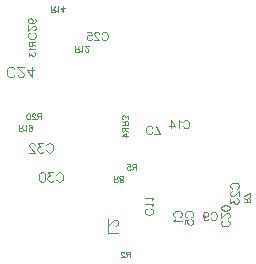
<source format=gbr>
%TF.GenerationSoftware,Altium Limited,Altium Designer,20.1.12 (249)*%
G04 Layer_Color=16711935*
%FSLAX45Y45*%
%MOMM*%
%TF.SameCoordinates,27206DED-D720-4121-B7EB-46A740E941A3*%
%TF.FilePolarity,Positive*%
%TF.FileFunction,Other,Mechanical_21*%
%TF.Part,Single*%
G01*
G75*
%TA.AperFunction,NonConductor*%
%ADD81C,0.09000*%
%ADD82C,0.05000*%
%ADD83C,0.07000*%
%ADD84C,0.10000*%
D81*
X396772Y1733943D02*
X392487Y1725373D01*
X383917Y1716804D01*
X375348Y1712519D01*
X358209D01*
X349639Y1716804D01*
X341069Y1725373D01*
X336784Y1733943D01*
X332500Y1746797D01*
Y1768222D01*
X336784Y1781076D01*
X341069Y1789645D01*
X349639Y1798215D01*
X358209Y1802500D01*
X375348D01*
X383917Y1798215D01*
X392487Y1789645D01*
X396772Y1781076D01*
X426337Y1733943D02*
Y1729658D01*
X430622Y1721089D01*
X434906Y1716804D01*
X443476Y1712519D01*
X460615D01*
X469185Y1716804D01*
X473469Y1721089D01*
X477754Y1729658D01*
Y1738228D01*
X473469Y1746797D01*
X464900Y1759652D01*
X422052Y1802500D01*
X482039D01*
X545026Y1712519D02*
X502178Y1772506D01*
X566450D01*
X545026Y1712519D02*
Y1802500D01*
X1277481Y390000D02*
X1187500D01*
Y441417D01*
X1256057Y455557D02*
X1260342D01*
X1268911Y459842D01*
X1273196Y464127D01*
X1277481Y472697D01*
Y489836D01*
X1273196Y498405D01*
X1268911Y502690D01*
X1260342Y506975D01*
X1251772D01*
X1243202Y502690D01*
X1230348Y494121D01*
X1187500Y451273D01*
Y511260D01*
D82*
X437500Y1257511D02*
Y1307500D01*
Y1257511D02*
X458924D01*
X466065Y1259891D01*
X468446Y1262272D01*
X470826Y1267033D01*
Y1271793D01*
X468446Y1276554D01*
X466065Y1278935D01*
X458924Y1281315D01*
X437500D01*
X454163D02*
X470826Y1307500D01*
X482014Y1267033D02*
X486775Y1264652D01*
X493916Y1257511D01*
Y1307500D01*
X549619Y1274174D02*
X547238Y1281315D01*
X542477Y1286076D01*
X535336Y1288457D01*
X532956D01*
X525814Y1286076D01*
X521054Y1281315D01*
X518673Y1274174D01*
Y1271793D01*
X521054Y1264652D01*
X525814Y1259891D01*
X532956Y1257511D01*
X535336D01*
X542477Y1259891D01*
X547238Y1264652D01*
X549619Y1274174D01*
Y1286076D01*
X547238Y1297978D01*
X542477Y1305120D01*
X535336Y1307500D01*
X530575D01*
X523434Y1305120D01*
X521054Y1300359D01*
X622500Y1407489D02*
Y1357500D01*
Y1407489D02*
X601076D01*
X593935Y1405109D01*
X591554Y1402728D01*
X589174Y1397967D01*
Y1393207D01*
X591554Y1388446D01*
X593935Y1386065D01*
X601076Y1383685D01*
X622500D01*
X605837D02*
X589174Y1357500D01*
X575605Y1395587D02*
Y1397967D01*
X573225Y1402728D01*
X570844Y1405109D01*
X566083Y1407489D01*
X556562D01*
X551801Y1405109D01*
X549420Y1402728D01*
X547040Y1397967D01*
Y1393207D01*
X549420Y1388446D01*
X554181Y1381304D01*
X577986Y1357500D01*
X544660D01*
X519189Y1407489D02*
X526330Y1405109D01*
X531091Y1397967D01*
X533471Y1386065D01*
Y1378924D01*
X531091Y1367022D01*
X526330Y1359880D01*
X519189Y1357500D01*
X514428D01*
X507287Y1359880D01*
X502526Y1367022D01*
X500145Y1378924D01*
Y1386065D01*
X502526Y1397967D01*
X507287Y1405109D01*
X514428Y1407489D01*
X519189D01*
X1307511Y1285000D02*
X1357500D01*
X1307511D02*
Y1263576D01*
X1309891Y1256435D01*
X1312272Y1254054D01*
X1317032Y1251674D01*
X1321793D01*
X1326554Y1254054D01*
X1328935Y1256435D01*
X1331315Y1263576D01*
Y1285000D01*
Y1268337D02*
X1357500Y1251674D01*
X1307511Y1216681D02*
X1340837Y1240486D01*
Y1204779D01*
X1307511Y1216681D02*
X1357500D01*
X1357489Y1312500D02*
X1307500D01*
X1357489D02*
Y1333924D01*
X1355109Y1341065D01*
X1352728Y1343446D01*
X1347968Y1345826D01*
X1343207D01*
X1338446Y1343446D01*
X1336065Y1341065D01*
X1333685Y1333924D01*
Y1312500D01*
Y1329163D02*
X1307500Y1345826D01*
X1357489Y1361775D02*
Y1387960D01*
X1338446Y1373677D01*
Y1380819D01*
X1336065Y1385580D01*
X1333685Y1387960D01*
X1326543Y1390340D01*
X1321783D01*
X1314641Y1387960D01*
X1309881Y1383199D01*
X1307500Y1376058D01*
Y1368916D01*
X1309881Y1361775D01*
X1312261Y1359395D01*
X1317022Y1357014D01*
X2392489Y657500D02*
X2342500D01*
X2392489D02*
Y678924D01*
X2390109Y686065D01*
X2387729Y688446D01*
X2382968Y690826D01*
X2378207D01*
X2373446Y688446D01*
X2371066Y686065D01*
X2368685Y678924D01*
Y657500D01*
Y674163D02*
X2342500Y690826D01*
X2392489Y735340D02*
X2342500Y711536D01*
X2392489Y702014D02*
Y735340D01*
X912500Y1927511D02*
Y1977500D01*
Y1927511D02*
X933924D01*
X941065Y1929891D01*
X943446Y1932272D01*
X945826Y1937032D01*
Y1941793D01*
X943446Y1946554D01*
X941065Y1948935D01*
X933924Y1951315D01*
X912500D01*
X929163D02*
X945826Y1977500D01*
X957014Y1937032D02*
X961775Y1934652D01*
X968917Y1927511D01*
Y1977500D01*
X996054Y1939413D02*
Y1937032D01*
X998434Y1932272D01*
X1000814Y1929891D01*
X1005575Y1927511D01*
X1015097D01*
X1019858Y1929891D01*
X1022238Y1932272D01*
X1024619Y1937032D01*
Y1941793D01*
X1022238Y1946554D01*
X1017478Y1953696D01*
X993673Y1977500D01*
X1026999D01*
X522511Y2007500D02*
X572500D01*
X522511D02*
Y1986076D01*
X524891Y1978935D01*
X527272Y1976554D01*
X532032Y1974174D01*
X536793D01*
X541554Y1976554D01*
X543935Y1978935D01*
X546315Y1986076D01*
Y2007500D01*
Y1990837D02*
X572500Y1974174D01*
X532032Y1962986D02*
X529652Y1958225D01*
X522511Y1951083D01*
X572500D01*
X522511Y1921566D02*
Y1895381D01*
X541554Y1909664D01*
Y1902522D01*
X543935Y1897762D01*
X546315Y1895381D01*
X553457Y1893001D01*
X558217D01*
X565359Y1895381D01*
X570120Y1900142D01*
X572500Y1907283D01*
Y1914425D01*
X570120Y1921566D01*
X567739Y1923946D01*
X562978Y1926327D01*
X707500Y2262511D02*
Y2312500D01*
Y2262511D02*
X728924D01*
X736065Y2264891D01*
X738446Y2267272D01*
X740826Y2272033D01*
Y2276794D01*
X738446Y2281554D01*
X736065Y2283935D01*
X728924Y2286315D01*
X707500D01*
X724163D02*
X740826Y2312500D01*
X752014Y2272033D02*
X756775Y2269652D01*
X763916Y2262511D01*
Y2312500D01*
X812477Y2262511D02*
X788673Y2295837D01*
X824380D01*
X812477Y2262511D02*
Y2312500D01*
X1427500Y977489D02*
Y927500D01*
Y977489D02*
X1406076D01*
X1398935Y975109D01*
X1396554Y972728D01*
X1394174Y967967D01*
Y963206D01*
X1396554Y958445D01*
X1398935Y956065D01*
X1406076Y953685D01*
X1427500D01*
X1410837D02*
X1394174Y927500D01*
X1354420Y977489D02*
X1378225D01*
X1380605Y956065D01*
X1378225Y958445D01*
X1371084Y960826D01*
X1363942D01*
X1356801Y958445D01*
X1352040Y953685D01*
X1349660Y946543D01*
Y941782D01*
X1352040Y934641D01*
X1356801Y929880D01*
X1363942Y927500D01*
X1371084D01*
X1378225Y929880D01*
X1380605Y932261D01*
X1382986Y937021D01*
X1242500Y827511D02*
Y877500D01*
Y827511D02*
X1263924D01*
X1271066Y829891D01*
X1273446Y832272D01*
X1275826Y837032D01*
Y841793D01*
X1273446Y846554D01*
X1271066Y848935D01*
X1263924Y851315D01*
X1242500D01*
X1259163D02*
X1275826Y877500D01*
X1298917Y827511D02*
X1291775Y829891D01*
X1289395Y834652D01*
Y839413D01*
X1291775Y844174D01*
X1296536Y846554D01*
X1306058Y848935D01*
X1313199Y851315D01*
X1317960Y856076D01*
X1320341Y860837D01*
Y867978D01*
X1317960Y872739D01*
X1315580Y875119D01*
X1308438Y877500D01*
X1298917D01*
X1291775Y875119D01*
X1289395Y872739D01*
X1287014Y867978D01*
Y860837D01*
X1289395Y856076D01*
X1294156Y851315D01*
X1301297Y848935D01*
X1310819Y846554D01*
X1315580Y844174D01*
X1317960Y839413D01*
Y834652D01*
X1315580Y829891D01*
X1308438Y827511D01*
X1298917D01*
X1375000Y237489D02*
Y187500D01*
Y237489D02*
X1353576D01*
X1346435Y235109D01*
X1344054Y232728D01*
X1341674Y227968D01*
Y223207D01*
X1344054Y218446D01*
X1346435Y216065D01*
X1353576Y213685D01*
X1375000D01*
X1358337D02*
X1341674Y187500D01*
X1328105Y225587D02*
Y227968D01*
X1325725Y232728D01*
X1323345Y235109D01*
X1318584Y237489D01*
X1309062D01*
X1304301Y235109D01*
X1301920Y232728D01*
X1299540Y227968D01*
Y223207D01*
X1301920Y218446D01*
X1306681Y211304D01*
X1330486Y187500D01*
X1297160D01*
D83*
X2060011Y558322D02*
X2063344Y564987D01*
X2070009Y571652D01*
X2076674Y574985D01*
X2090005D01*
X2096670Y571652D01*
X2103335Y564987D01*
X2106668Y558322D01*
X2110000Y548324D01*
Y531661D01*
X2106668Y521663D01*
X2103335Y514998D01*
X2096670Y508333D01*
X2090005Y505000D01*
X2076674D01*
X2070009Y508333D01*
X2063344Y514998D01*
X2060011Y521663D01*
X1997024Y551657D02*
X2000357Y541659D01*
X2007022Y534994D01*
X2017020Y531661D01*
X2020353D01*
X2030351Y534994D01*
X2037016Y541659D01*
X2040348Y551657D01*
Y554989D01*
X2037016Y564987D01*
X2030351Y571652D01*
X2020353Y574985D01*
X2017020D01*
X2007022Y571652D01*
X2000357Y564987D01*
X1997024Y551657D01*
Y534994D01*
X2000357Y518330D01*
X2007022Y508333D01*
X2017020Y505000D01*
X2023685D01*
X2033683Y508333D01*
X2037016Y514998D01*
X1555822Y599989D02*
X1562488Y596657D01*
X1569153Y589991D01*
X1572486Y583326D01*
Y569996D01*
X1569153Y563330D01*
X1562488Y556665D01*
X1555822Y553333D01*
X1545824Y550000D01*
X1529162D01*
X1519164Y553333D01*
X1512498Y556665D01*
X1505833Y563330D01*
X1502500Y569996D01*
Y583326D01*
X1505833Y589991D01*
X1512498Y596657D01*
X1519164Y599989D01*
X1559155Y619652D02*
X1562488Y626317D01*
X1572486Y636315D01*
X1502500D01*
X1559155Y670974D02*
X1562488Y677639D01*
X1572486Y687637D01*
X1502500D01*
X2244178Y770011D02*
X2237513Y773343D01*
X2230848Y780009D01*
X2227515Y786674D01*
Y800004D01*
X2230848Y806670D01*
X2237513Y813335D01*
X2244178Y816667D01*
X2254176Y820000D01*
X2270839D01*
X2280837Y816667D01*
X2287502Y813335D01*
X2294168Y806670D01*
X2297500Y800004D01*
Y786674D01*
X2294168Y780009D01*
X2287502Y773343D01*
X2280837Y770011D01*
X2244178Y747016D02*
X2240846D01*
X2234180Y743683D01*
X2230848Y740350D01*
X2227515Y733685D01*
Y720355D01*
X2230848Y713689D01*
X2234180Y710357D01*
X2240846Y707024D01*
X2247511D01*
X2254176Y710357D01*
X2264174Y717022D01*
X2297500Y750348D01*
Y703692D01*
X2227515Y681363D02*
Y644704D01*
X2254176Y664700D01*
Y654702D01*
X2257509Y648037D01*
X2260842Y644704D01*
X2270839Y641371D01*
X2277505D01*
X2287502Y644704D01*
X2294168Y651369D01*
X2297500Y661367D01*
Y671365D01*
X2294168Y681363D01*
X2290835Y684695D01*
X2284170Y688028D01*
X2203322Y499989D02*
X2209987Y496657D01*
X2216652Y489991D01*
X2219985Y483326D01*
Y469996D01*
X2216652Y463330D01*
X2209987Y456665D01*
X2203322Y453333D01*
X2193324Y450000D01*
X2176661D01*
X2166663Y453333D01*
X2159998Y456665D01*
X2153333Y463330D01*
X2150000Y469996D01*
Y483326D01*
X2153333Y489991D01*
X2159998Y496657D01*
X2166663Y499989D01*
X2203322Y522984D02*
X2206655D01*
X2213320Y526317D01*
X2216652Y529650D01*
X2219985Y536315D01*
Y549645D01*
X2216652Y556311D01*
X2213320Y559643D01*
X2206655Y562976D01*
X2199990D01*
X2193324Y559643D01*
X2183326Y552978D01*
X2150000Y519652D01*
Y566308D01*
X2219985Y601968D02*
X2216652Y591970D01*
X2206655Y585305D01*
X2189992Y581972D01*
X2179994D01*
X2163330Y585305D01*
X2153333Y591970D01*
X2150000Y601968D01*
Y608633D01*
X2153333Y618631D01*
X2163330Y625296D01*
X2179994Y628629D01*
X2189992D01*
X2206655Y625296D01*
X2216652Y618631D01*
X2219985Y608633D01*
Y601968D01*
X1827510Y1333322D02*
X1830843Y1339987D01*
X1837508Y1346652D01*
X1844174Y1349985D01*
X1857504D01*
X1864169Y1346652D01*
X1870835Y1339987D01*
X1874167Y1333322D01*
X1877500Y1323324D01*
Y1306661D01*
X1874167Y1296663D01*
X1870835Y1289998D01*
X1864169Y1283333D01*
X1857504Y1280000D01*
X1844174D01*
X1837508Y1283333D01*
X1830843Y1289998D01*
X1827510Y1296663D01*
X1807848Y1336655D02*
X1801183Y1339987D01*
X1791185Y1349985D01*
Y1280000D01*
X1723199Y1349985D02*
X1756526Y1303328D01*
X1706536D01*
X1723199Y1349985D02*
Y1280000D01*
X1562490Y1249178D02*
X1559157Y1242513D01*
X1552492Y1235847D01*
X1545826Y1232515D01*
X1532496D01*
X1525831Y1235847D01*
X1519165Y1242513D01*
X1515833Y1249178D01*
X1512500Y1259176D01*
Y1275839D01*
X1515833Y1285837D01*
X1519165Y1292502D01*
X1525831Y1299167D01*
X1532496Y1302500D01*
X1545826D01*
X1552492Y1299167D01*
X1559157Y1292502D01*
X1562490Y1285837D01*
X1628809Y1232515D02*
X1595482Y1302500D01*
X1582152Y1232515D02*
X1628809D01*
X1137511Y2080822D02*
X1140843Y2087487D01*
X1147508Y2094152D01*
X1154174Y2097485D01*
X1167504D01*
X1174170Y2094152D01*
X1180835Y2087487D01*
X1184167Y2080822D01*
X1187500Y2070824D01*
Y2054161D01*
X1184167Y2044163D01*
X1180835Y2037498D01*
X1174170Y2030833D01*
X1167504Y2027500D01*
X1154174D01*
X1147508Y2030833D01*
X1140843Y2037498D01*
X1137511Y2044163D01*
X1114515Y2080822D02*
Y2084155D01*
X1111183Y2090820D01*
X1107850Y2094152D01*
X1101185Y2097485D01*
X1087855D01*
X1081189Y2094152D01*
X1077857Y2090820D01*
X1074524Y2084155D01*
Y2077489D01*
X1077857Y2070824D01*
X1084522Y2060826D01*
X1117848Y2027500D01*
X1071191D01*
X1015536Y2097485D02*
X1048863D01*
X1052195Y2067491D01*
X1048863Y2070824D01*
X1038865Y2074157D01*
X1028867D01*
X1018869Y2070824D01*
X1012204Y2064159D01*
X1008871Y2054161D01*
Y2047496D01*
X1012204Y2037498D01*
X1018869Y2030833D01*
X1028867Y2027500D01*
X1038865D01*
X1048863Y2030833D01*
X1052195Y2034165D01*
X1055528Y2040830D01*
X563322Y2087489D02*
X569987Y2084156D01*
X576652Y2077491D01*
X579985Y2070826D01*
Y2057495D01*
X576652Y2050830D01*
X569987Y2044165D01*
X563322Y2040832D01*
X553324Y2037500D01*
X536661D01*
X526663Y2040832D01*
X519998Y2044165D01*
X513333Y2050830D01*
X510000Y2057495D01*
Y2070826D01*
X513333Y2077491D01*
X519998Y2084156D01*
X526663Y2087489D01*
X563322Y2110484D02*
X566655D01*
X573320Y2113817D01*
X576652Y2117149D01*
X579985Y2123815D01*
Y2137145D01*
X576652Y2143810D01*
X573320Y2147143D01*
X566655Y2150476D01*
X559989D01*
X553324Y2147143D01*
X543326Y2140478D01*
X510000Y2107151D01*
Y2153808D01*
X569987Y2209463D02*
X576652Y2206130D01*
X579985Y2196133D01*
Y2189467D01*
X576652Y2179470D01*
X566655Y2172804D01*
X549992Y2169472D01*
X533328D01*
X519998Y2172804D01*
X513333Y2179470D01*
X510000Y2189467D01*
Y2192800D01*
X513333Y2202798D01*
X519998Y2209463D01*
X529996Y2212796D01*
X533328D01*
X543326Y2209463D01*
X549992Y2202798D01*
X553324Y2192800D01*
Y2189467D01*
X549992Y2179470D01*
X543326Y2172804D01*
X533328Y2169472D01*
X1761678Y530011D02*
X1755013Y533343D01*
X1748348Y540009D01*
X1745015Y546674D01*
Y560004D01*
X1748348Y566670D01*
X1755013Y573335D01*
X1761678Y576667D01*
X1771676Y580000D01*
X1788339D01*
X1798337Y576667D01*
X1805002Y573335D01*
X1811667Y566670D01*
X1815000Y560004D01*
Y546674D01*
X1811667Y540009D01*
X1805002Y533343D01*
X1798337Y530011D01*
X1758345Y510348D02*
X1755013Y503683D01*
X1745015Y493685D01*
X1815000D01*
X1856679Y530011D02*
X1850013Y533343D01*
X1843348Y540009D01*
X1840015Y546674D01*
Y560004D01*
X1843348Y566670D01*
X1850013Y573335D01*
X1856679Y576667D01*
X1866676Y580000D01*
X1883339D01*
X1893337Y576667D01*
X1900003Y573335D01*
X1906668Y566670D01*
X1910000Y560004D01*
Y546674D01*
X1906668Y540009D01*
X1900003Y533343D01*
X1893337Y530011D01*
X1840015Y470357D02*
Y503683D01*
X1870009Y507015D01*
X1866676Y503683D01*
X1863344Y493685D01*
Y483687D01*
X1866676Y473689D01*
X1873342Y467024D01*
X1883339Y463691D01*
X1890005D01*
X1900003Y467024D01*
X1906668Y473689D01*
X1910000Y483687D01*
Y493685D01*
X1906668Y503683D01*
X1903335Y507015D01*
X1896670Y510348D01*
D84*
X667870Y1135939D02*
X671678Y1143557D01*
X679296Y1151174D01*
X686913Y1154983D01*
X702148D01*
X709765Y1151174D01*
X717383Y1143557D01*
X721192Y1135939D01*
X725000Y1124513D01*
Y1105469D01*
X721192Y1094043D01*
X717383Y1086426D01*
X709765Y1078808D01*
X702148Y1075000D01*
X686913D01*
X679296Y1078808D01*
X671678Y1086426D01*
X667870Y1094043D01*
X637781Y1154983D02*
X595885D01*
X618737Y1124513D01*
X607311D01*
X599694Y1120704D01*
X595885Y1116895D01*
X592076Y1105469D01*
Y1097852D01*
X595885Y1086426D01*
X603502Y1078808D01*
X614929Y1075000D01*
X626355D01*
X637781Y1078808D01*
X641590Y1082617D01*
X645398Y1090235D01*
X570367Y1135939D02*
Y1139748D01*
X566558Y1147365D01*
X562749Y1151174D01*
X555132Y1154983D01*
X539897D01*
X532280Y1151174D01*
X528471Y1147365D01*
X524662Y1139748D01*
Y1132130D01*
X528471Y1124513D01*
X536088Y1113087D01*
X574175Y1075000D01*
X520853D01*
X752869Y888439D02*
X756678Y896057D01*
X764295Y903674D01*
X771913Y907483D01*
X787148D01*
X794765Y903674D01*
X802382Y896057D01*
X806191Y888439D01*
X810000Y877013D01*
Y857970D01*
X806191Y846544D01*
X802382Y838926D01*
X794765Y831309D01*
X787148Y827500D01*
X771913D01*
X764295Y831309D01*
X756678Y838926D01*
X752869Y846544D01*
X722780Y907483D02*
X680885D01*
X703737Y877013D01*
X692311D01*
X684693Y873205D01*
X680885Y869396D01*
X677076Y857970D01*
Y850352D01*
X680885Y838926D01*
X688502Y831309D01*
X699928Y827500D01*
X711354D01*
X722780Y831309D01*
X726589Y835117D01*
X730398Y842735D01*
X636323Y907483D02*
X647749Y903674D01*
X655366Y892248D01*
X659175Y873205D01*
Y861778D01*
X655366Y842735D01*
X647749Y831309D01*
X636323Y827500D01*
X628705D01*
X617279Y831309D01*
X609662Y842735D01*
X605853Y861778D01*
Y873205D01*
X609662Y892248D01*
X617279Y903674D01*
X628705Y907483D01*
X636323D01*
%TF.MD5,7813c1b244abce4cc5a66cb6ad2267cb*%
M02*

</source>
